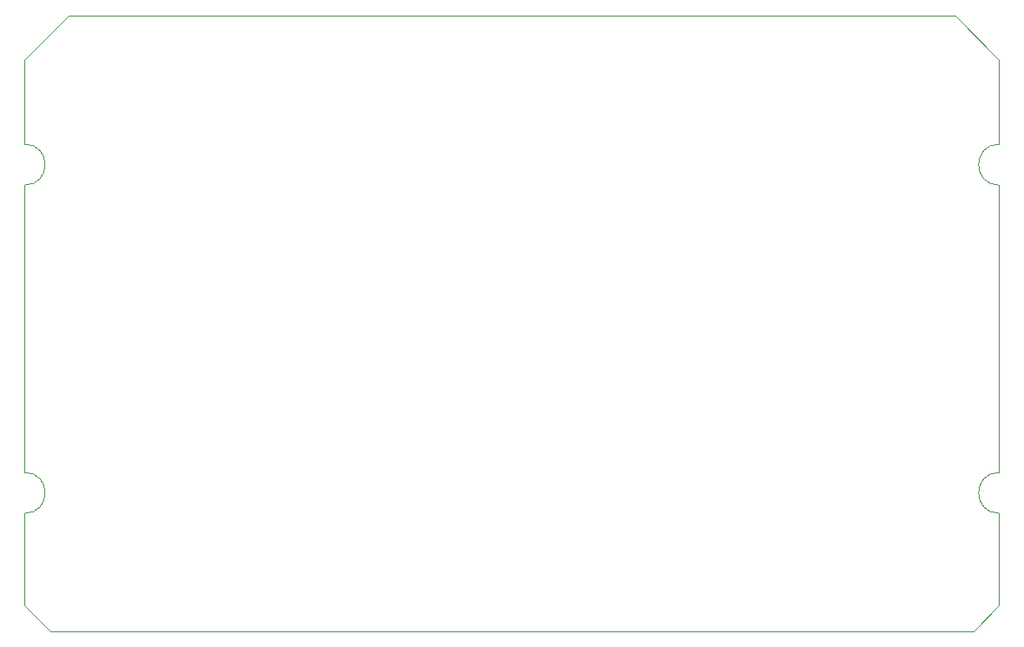
<source format=gm1>
G04 #@! TF.GenerationSoftware,KiCad,Pcbnew,(6.0.10)*
G04 #@! TF.CreationDate,2023-02-04T23:50:25+01:00*
G04 #@! TF.ProjectId,Stereo-Decoder-Modul,53746572-656f-42d4-9465-636f6465722d,rev?*
G04 #@! TF.SameCoordinates,Original*
G04 #@! TF.FileFunction,Profile,NP*
%FSLAX46Y46*%
G04 Gerber Fmt 4.6, Leading zero omitted, Abs format (unit mm)*
G04 Created by KiCad (PCBNEW (6.0.10)) date 2023-02-04 23:50:25*
%MOMM*%
%LPD*%
G01*
G04 APERTURE LIST*
G04 #@! TA.AperFunction,Profile*
%ADD10C,0.050000*%
G04 #@! TD*
G04 APERTURE END LIST*
D10*
X45000000Y-89250000D02*
X45000000Y-61250000D01*
X45000000Y-49000000D02*
X49250000Y-44750000D01*
X135750000Y-44750000D02*
X140000000Y-49000000D01*
X137500000Y-104750000D02*
X140000000Y-102250000D01*
X45000000Y-102250000D02*
X47500000Y-104750000D01*
X45000000Y-93250000D02*
G75*
G03*
X45000000Y-89250000I0J2000000D01*
G01*
X45000000Y-61250000D02*
G75*
G03*
X45000000Y-57250000I0J2000000D01*
G01*
X140000000Y-57250000D02*
G75*
G03*
X140000000Y-61250000I0J-2000000D01*
G01*
X49250000Y-44750000D02*
X135750000Y-44750000D01*
X140000000Y-102250000D02*
X140000000Y-93250000D01*
X45000000Y-102250000D02*
X45000000Y-93250000D01*
X140000000Y-49000000D02*
X140000000Y-57250000D01*
X45000000Y-49000000D02*
X45000000Y-57250000D01*
X140000000Y-61250000D02*
X140000000Y-89250000D01*
X140000000Y-89250000D02*
G75*
G03*
X140000000Y-93250000I0J-2000000D01*
G01*
X137500000Y-104750000D02*
X47500000Y-104750000D01*
M02*

</source>
